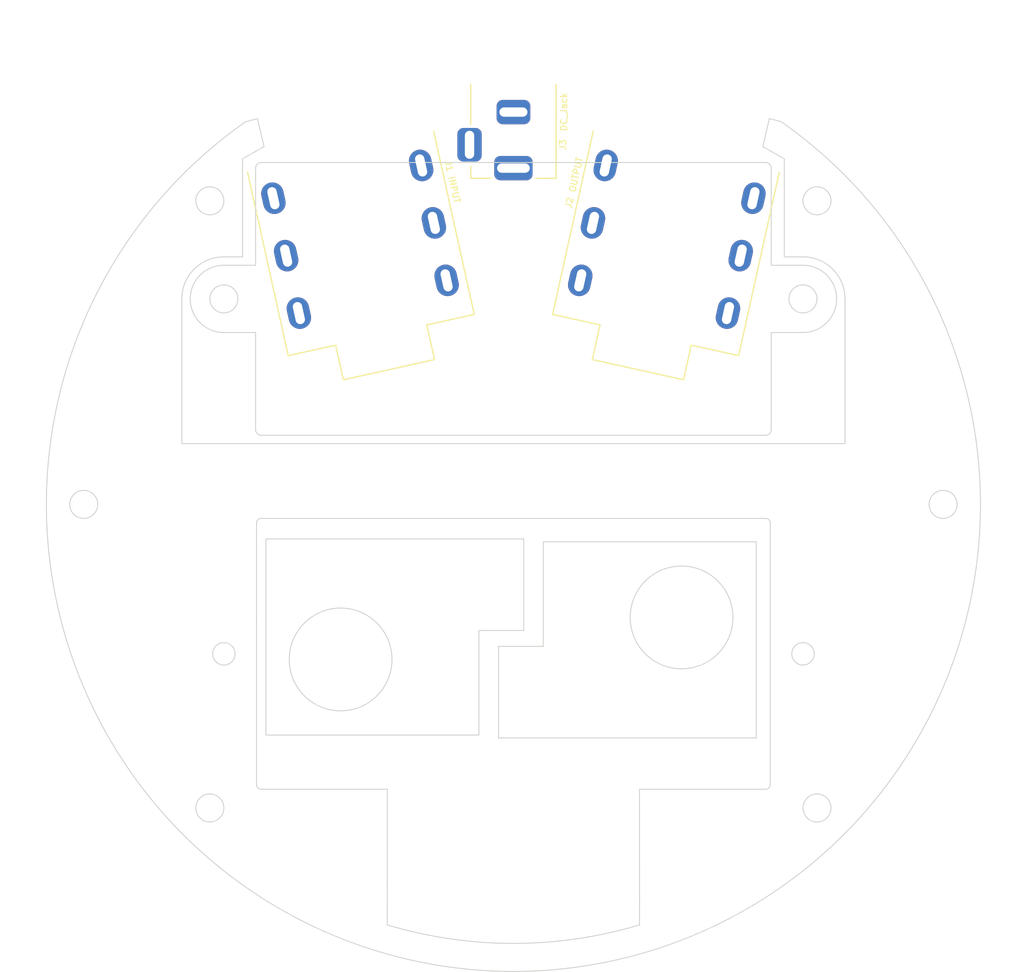
<source format=kicad_pcb>
(kicad_pcb (version 20171130) (host pcbnew "(5.1.6)-1")

  (general
    (thickness 1.6)
    (drawings 149)
    (tracks 0)
    (zones 0)
    (modules 3)
    (nets 12)
  )

  (page A4)
  (layers
    (0 F.Cu signal)
    (31 B.Cu signal)
    (32 B.Adhes user)
    (33 F.Adhes user)
    (34 B.Paste user)
    (35 F.Paste user)
    (36 B.SilkS user)
    (37 F.SilkS user)
    (38 B.Mask user)
    (39 F.Mask user)
    (40 Dwgs.User user)
    (41 Cmts.User user)
    (42 Eco1.User user)
    (43 Eco2.User user)
    (44 Edge.Cuts user)
    (45 Margin user)
    (46 B.CrtYd user)
    (47 F.CrtYd user)
    (48 B.Fab user)
    (49 F.Fab user)
  )

  (setup
    (last_trace_width 0.25)
    (user_trace_width 0.3)
    (user_trace_width 0.4)
    (user_trace_width 0.5)
    (user_trace_width 0.75)
    (user_trace_width 1)
    (user_trace_width 1.5)
    (user_trace_width 2)
    (trace_clearance 0.2)
    (zone_clearance 0.5)
    (zone_45_only no)
    (trace_min 0.2)
    (via_size 0.8)
    (via_drill 0.4)
    (via_min_size 0.4)
    (via_min_drill 0.3)
    (uvia_size 0.3)
    (uvia_drill 0.1)
    (uvias_allowed no)
    (uvia_min_size 0.2)
    (uvia_min_drill 0.1)
    (edge_width 0.1)
    (segment_width 0.2)
    (pcb_text_width 0.3)
    (pcb_text_size 1.5 1.5)
    (mod_edge_width 0.15)
    (mod_text_size 1 1)
    (mod_text_width 0.15)
    (pad_size 1.5 1.5)
    (pad_drill 1.5)
    (pad_to_mask_clearance 0)
    (aux_axis_origin 100 50)
    (grid_origin 100 50)
    (visible_elements 7FFFFFEF)
    (pcbplotparams
      (layerselection 0x010fc_ffffffff)
      (usegerberextensions false)
      (usegerberattributes true)
      (usegerberadvancedattributes true)
      (creategerberjobfile true)
      (excludeedgelayer true)
      (linewidth 0.100000)
      (plotframeref false)
      (viasonmask false)
      (mode 1)
      (useauxorigin false)
      (hpglpennumber 1)
      (hpglpenspeed 20)
      (hpglpendiameter 15.000000)
      (psnegative false)
      (psa4output false)
      (plotreference true)
      (plotvalue true)
      (plotinvisibletext false)
      (padsonsilk false)
      (subtractmaskfromsilk false)
      (outputformat 1)
      (mirror false)
      (drillshape 1)
      (scaleselection 1)
      (outputdirectory ""))
  )

  (net 0 "")
  (net 1 "Net-(BT1-Pad1)")
  (net 2 /BATT-)
  (net 3 GND)
  (net 4 +9V)
  (net 5 "Net-(J1-PadT)")
  (net 6 "Net-(J1-PadRN)")
  (net 7 "Net-(J2-PadSN)")
  (net 8 "Net-(J2-PadRN)")
  (net 9 "Net-(J2-PadR)")
  (net 10 "Net-(J2-PadT)")
  (net 11 "Net-(J2-PadTN)")

  (net_class Default "これはデフォルトのネット クラスです。"
    (clearance 0.2)
    (trace_width 0.25)
    (via_dia 0.8)
    (via_drill 0.4)
    (uvia_dia 0.3)
    (uvia_drill 0.1)
    (add_net +9V)
    (add_net /BATT-)
    (add_net GND)
    (add_net "Net-(BT1-Pad1)")
    (add_net "Net-(J1-PadRN)")
    (add_net "Net-(J1-PadT)")
    (add_net "Net-(J2-PadR)")
    (add_net "Net-(J2-PadRN)")
    (add_net "Net-(J2-PadSN)")
    (add_net "Net-(J2-PadT)")
    (add_net "Net-(J2-PadTN)")
  )

  (module myFoot:my_Phone_Jack_Daier locked (layer F.Cu) (tedit 5F1C2CA9) (tstamp 5F1C8B7C)
    (at 131 60 282.5)
    (descr "DC Barrel Jack")
    (tags "Power Jack")
    (path /5F23BE2D)
    (fp_text reference J1 (at 6.328844 -10.990711 102.5) (layer F.SilkS)
      (effects (font (size 0.67 0.67) (thickness 0.127)))
    )
    (fp_text value INPUT (at 8.9 -11 102.5) (layer F.SilkS)
      (effects (font (size 0.67 0.67) (thickness 0.127)))
    )
    (fp_line (start -1 7.4) (end -1 7.9) (layer F.Fab) (width 0.12))
    (fp_line (start -2 7.9) (end -2 7.4) (layer F.Fab) (width 0.12))
    (fp_line (start -3 -7.9) (end -3 7.9) (layer F.Fab) (width 0.12))
    (fp_line (start -2 -7.4) (end -2 -7.9) (layer F.Fab) (width 0.12))
    (fp_line (start -3 -7.9) (end 0 -7.9) (layer F.Fab) (width 0.12))
    (fp_line (start -1 -7.9) (end -1 -7.4) (layer F.Fab) (width 0.12))
    (fp_line (start -3 7.9) (end 1.4 7.9) (layer F.Fab) (width 0.12))
    (fp_line (start 1.4 10.2) (end 1.4 0) (layer F.Fab) (width 0.12))
    (fp_line (start 1.4 -7.9) (end 0 -7.9) (layer F.Fab) (width 0.12))
    (fp_line (start 1.4 0) (end 1.4 -10.2) (layer F.Fab) (width 0.12))
    (fp_line (start 2.1 10.2) (end 1.4 10.2) (layer F.Fab) (width 0.12))
    (fp_line (start 1.4 -10.2) (end 2.1 -10.2) (layer F.Fab) (width 0.12))
    (fp_line (start 0 7.9) (end 0 -7.9) (layer F.Fab) (width 0.12))
    (fp_line (start -7.2 -5.5) (end 1.4 -5.5) (layer F.Fab) (width 0.12))
    (fp_line (start -7.2 5.5) (end -7.2 -5.5) (layer F.Fab) (width 0.12))
    (fp_line (start 1.4 5.5) (end -7.2 5.5) (layer F.Fab) (width 0.12))
    (fp_line (start 22.4 5) (end 22.4 10.2) (layer F.SilkS) (width 0.15))
    (fp_line (start 26.2 5) (end 22.4 5) (layer F.SilkS) (width 0.15))
    (fp_line (start 22.4 -5) (end 22.4 -10.2) (layer F.SilkS) (width 0.15))
    (fp_line (start 26.2 -5) (end 22.4 -5) (layer F.SilkS) (width 0.15))
    (fp_line (start 22.4 10.2) (end 2.3 10.2) (layer F.SilkS) (width 0.15))
    (fp_line (start 26.2 0) (end 26.2 5) (layer F.SilkS) (width 0.15))
    (fp_line (start 26.2 -5) (end 26.2 0) (layer F.SilkS) (width 0.15))
    (fp_line (start 2.3 -10.2) (end 22.4 -10.2) (layer F.SilkS) (width 0.15))
    (pad TN thru_hole oval (at 18.2 -8.1 282.5) (size 3.4 2.4) (drill oval 2.4 1) (layers *.Cu *.Mask)
      (net 3 GND))
    (pad T thru_hole oval (at 18.2 8.1 282.5) (size 3.4 2.4) (drill oval 2.4 1) (layers *.Cu *.Mask)
      (net 5 "Net-(J1-PadT)"))
    (pad R thru_hole oval (at 11.9 8.1 282.5) (size 3.4 2.4) (drill oval 2.4 1) (layers *.Cu *.Mask)
      (net 2 /BATT-))
    (pad S thru_hole oval (at 5.6 8.1 282.5) (size 3.4 2.4) (drill oval 2.4 1) (layers *.Cu *.Mask)
      (net 3 GND))
    (pad RN thru_hole oval (at 11.9 -8.1 282.5) (size 3.4 2.4) (drill oval 2.4 1) (layers *.Cu *.Mask)
      (net 6 "Net-(J1-PadRN)"))
    (pad SN thru_hole oval (at 5.6 -8.1 282.5) (size 3.4 2.4) (drill oval 2.4 1) (layers *.Cu *.Mask)
      (net 3 GND))
    (model ${KISYS3DMOD}/Connector_BarrelJack.3dshapes/BarrelJack_Horizontal.wrl
      (at (xyz 0 0 0))
      (scale (xyz 1 1 1))
      (rotate (xyz 0 0 0))
    )
  )

  (module myFoot:my_DC_Jack locked (layer F.Cu) (tedit 5EF2A8E3) (tstamp 5F0E0A8C)
    (at 150 50.5 270)
    (descr "DC Barrel Jack")
    (tags "Power Jack")
    (path /5F23AB58)
    (fp_text reference J3 (at 11 -5.3 90) (layer F.SilkS)
      (effects (font (size 0.67 0.67) (thickness 0.127)))
    )
    (fp_text value DC_Jack (at 7.5 -5.4 90) (layer F.SilkS)
      (effects (font (size 0.67 0.67) (thickness 0.127)))
    )
    (fp_line (start 14.7 -4.5) (end 14.7 -4.75) (layer F.CrtYd) (width 0.05))
    (fp_line (start 14.7 -4.75) (end -0.3 -4.75) (layer F.CrtYd) (width 0.05))
    (fp_line (start 14.7 -4.5) (end 14.7 -2) (layer F.CrtYd) (width 0.05))
    (fp_line (start 14.7 -2) (end 15 -2) (layer F.CrtYd) (width 0.05))
    (fp_line (start 15 -2) (end 15 2) (layer F.CrtYd) (width 0.05))
    (fp_line (start 15 2) (end 14.7 2) (layer F.CrtYd) (width 0.05))
    (fp_line (start 14.7 2) (end 14.7 4.75) (layer F.CrtYd) (width 0.05))
    (fp_line (start 14.7 4.75) (end 13.2 4.75) (layer F.CrtYd) (width 0.05))
    (fp_line (start 13.2 4.75) (end 13.2 6.3) (layer F.CrtYd) (width 0.05))
    (fp_line (start 13.2 6.3) (end 8.8 6.3) (layer F.CrtYd) (width 0.05))
    (fp_line (start 8.8 6.3) (end 8.8 4.75) (layer F.CrtYd) (width 0.05))
    (fp_line (start 8.8 4.75) (end -0.3 4.75) (layer F.CrtYd) (width 0.05))
    (fp_line (start -0.3 4.75) (end -0.3 -4.75) (layer F.CrtYd) (width 0.05))
    (fp_line (start 3.5 -4.5) (end 3.5 4.5) (layer F.Fab) (width 0.1))
    (fp_line (start 0 -4.5) (end 0 4.5) (layer F.Fab) (width 0.1))
    (fp_line (start 0 4.5) (end 14.5 4.55) (layer F.Fab) (width 0.1))
    (fp_line (start 14.5 4.55) (end 14.5 -4.5) (layer F.Fab) (width 0.1))
    (fp_line (start 14.5 -4.5) (end 0 -4.5) (layer F.Fab) (width 0.1))
    (fp_line (start 4.54 -4.572) (end 14.589 -4.572) (layer F.SilkS) (width 0.15))
    (fp_line (start 14.589 -4.572) (end 14.589 -2.4) (layer F.SilkS) (width 0.15))
    (fp_line (start 14.589 2.4) (end 14.589 4.572) (layer F.SilkS) (width 0.15))
    (fp_line (start 14.589 4.572) (end 13.3 4.572) (layer F.SilkS) (width 0.15))
    (fp_line (start 8.8 4.572) (end 4.54 4.572) (layer F.SilkS) (width 0.15))
    (pad 3 thru_hole roundrect (at 11 4.7 270) (size 3.6 2.6) (drill oval 3 1) (layers *.Cu *.Mask) (roundrect_rratio 0.25)
      (net 1 "Net-(BT1-Pad1)"))
    (pad 2 thru_hole roundrect (at 7.5 0 270) (size 2.6 3.6) (drill oval 1 3) (layers *.Cu *.Mask) (roundrect_rratio 0.25)
      (net 4 +9V))
    (pad 1 thru_hole roundrect (at 13.5 0 270) (size 2.6 4.1) (drill oval 1 3.5) (layers *.Cu *.Mask) (roundrect_rratio 0.25)
      (net 3 GND))
    (model ${KISYS3DMOD}/Connector_BarrelJack.3dshapes/BarrelJack_Horizontal.wrl
      (at (xyz 0 0 0))
      (scale (xyz 1 1 1))
      (rotate (xyz 0 0 0))
    )
  )

  (module myFoot:my_Phone_Jack_Daier locked (layer F.Cu) (tedit 5F1C2CA9) (tstamp 5F1C8B9D)
    (at 169 60 257.5)
    (descr "DC Barrel Jack")
    (tags "Power Jack")
    (path /5F23D38A)
    (fp_text reference J2 (at 10.331194 11.025263 77.5) (layer F.SilkS)
      (effects (font (size 0.67 0.67) (thickness 0.127)))
    )
    (fp_text value OUTPUT (at 7.250798 10.991175 77.5) (layer F.SilkS)
      (effects (font (size 0.67 0.67) (thickness 0.127)))
    )
    (fp_line (start -1 7.4) (end -1 7.9) (layer F.Fab) (width 0.12))
    (fp_line (start -2 7.9) (end -2 7.4) (layer F.Fab) (width 0.12))
    (fp_line (start -3 -7.9) (end -3 7.9) (layer F.Fab) (width 0.12))
    (fp_line (start -2 -7.4) (end -2 -7.9) (layer F.Fab) (width 0.12))
    (fp_line (start -3 -7.9) (end 0 -7.9) (layer F.Fab) (width 0.12))
    (fp_line (start -1 -7.9) (end -1 -7.4) (layer F.Fab) (width 0.12))
    (fp_line (start -3 7.9) (end 1.4 7.9) (layer F.Fab) (width 0.12))
    (fp_line (start 1.4 10.2) (end 1.4 0) (layer F.Fab) (width 0.12))
    (fp_line (start 1.4 -7.9) (end 0 -7.9) (layer F.Fab) (width 0.12))
    (fp_line (start 1.4 0) (end 1.4 -10.2) (layer F.Fab) (width 0.12))
    (fp_line (start 2.1 10.2) (end 1.4 10.2) (layer F.Fab) (width 0.12))
    (fp_line (start 1.4 -10.2) (end 2.1 -10.2) (layer F.Fab) (width 0.12))
    (fp_line (start 0 7.9) (end 0 -7.9) (layer F.Fab) (width 0.12))
    (fp_line (start -7.2 -5.5) (end 1.4 -5.5) (layer F.Fab) (width 0.12))
    (fp_line (start -7.2 5.5) (end -7.2 -5.5) (layer F.Fab) (width 0.12))
    (fp_line (start 1.4 5.5) (end -7.2 5.5) (layer F.Fab) (width 0.12))
    (fp_line (start 22.4 5) (end 22.4 10.2) (layer F.SilkS) (width 0.15))
    (fp_line (start 26.2 5) (end 22.4 5) (layer F.SilkS) (width 0.15))
    (fp_line (start 22.4 -5) (end 22.4 -10.2) (layer F.SilkS) (width 0.15))
    (fp_line (start 26.2 -5) (end 22.4 -5) (layer F.SilkS) (width 0.15))
    (fp_line (start 22.4 10.2) (end 2.3 10.2) (layer F.SilkS) (width 0.15))
    (fp_line (start 26.2 0) (end 26.2 5) (layer F.SilkS) (width 0.15))
    (fp_line (start 26.2 -5) (end 26.2 0) (layer F.SilkS) (width 0.15))
    (fp_line (start 2.3 -10.2) (end 22.4 -10.2) (layer F.SilkS) (width 0.15))
    (pad TN thru_hole oval (at 18.2 -8.1 257.5) (size 3.4 2.4) (drill oval 2.4 1) (layers *.Cu *.Mask)
      (net 11 "Net-(J2-PadTN)"))
    (pad T thru_hole oval (at 18.2 8.1 257.5) (size 3.4 2.4) (drill oval 2.4 1) (layers *.Cu *.Mask)
      (net 10 "Net-(J2-PadT)"))
    (pad R thru_hole oval (at 11.9 8.1 257.5) (size 3.4 2.4) (drill oval 2.4 1) (layers *.Cu *.Mask)
      (net 9 "Net-(J2-PadR)"))
    (pad S thru_hole oval (at 5.6 8.1 257.5) (size 3.4 2.4) (drill oval 2.4 1) (layers *.Cu *.Mask)
      (net 3 GND))
    (pad RN thru_hole oval (at 11.9 -8.1 257.5) (size 3.4 2.4) (drill oval 2.4 1) (layers *.Cu *.Mask)
      (net 8 "Net-(J2-PadRN)"))
    (pad SN thru_hole oval (at 5.6 -8.1 257.5) (size 3.4 2.4) (drill oval 2.4 1) (layers *.Cu *.Mask)
      (net 7 "Net-(J2-PadSN)"))
    (model ${KISYS3DMOD}/Connector_BarrelJack.3dshapes/BarrelJack_Horizontal.wrl
      (at (xyz 0 0 0))
      (scale (xyz 1 1 1))
      (rotate (xyz 0 0 0))
    )
  )

  (gr_line (start 148.4 125) (end 176 125) (layer Edge.Cuts) (width 0.1))
  (gr_line (start 151.1 103.7) (end 123.5 103.7) (layer Edge.Cuts) (width 0.1))
  (dimension 91.3 (width 0.15) (layer Cmts.User)
    (gr_text "91.300 mm" (at 203.3 104.35 270) (layer Cmts.User)
      (effects (font (size 1 1) (thickness 0.15)))
    )
    (feature1 (pts (xy 100 150) (xy 202.586421 150)))
    (feature2 (pts (xy 100 58.7) (xy 202.586421 58.7)))
    (crossbar (pts (xy 202 58.7) (xy 202 150)))
    (arrow1a (pts (xy 202 150) (xy 201.413579 148.873496)))
    (arrow1b (pts (xy 202 150) (xy 202.586421 148.873496)))
    (arrow2a (pts (xy 202 58.7) (xy 201.413579 59.826504)))
    (arrow2b (pts (xy 202 58.7) (xy 202.586421 59.826504)))
  )
  (gr_line (start 177.4 58.7) (end 200 58.7) (layer Dwgs.User) (width 0.15))
  (gr_line (start 122.6 58.7) (end 177.4 58.7) (layer Dwgs.User) (width 0.15) (tstamp 5F6B3D75))
  (gr_line (start 122.6 58.7) (end 100 58.7) (layer Dwgs.User) (width 0.15))
  (dimension 100 (width 0.15) (layer Cmts.User)
    (gr_text "100.000 mm" (at 150 46.7) (layer Cmts.User)
      (effects (font (size 1 1) (thickness 0.15)))
    )
    (feature1 (pts (xy 100 150) (xy 100 47.413579)))
    (feature2 (pts (xy 200 150) (xy 200 47.413579)))
    (crossbar (pts (xy 200 48) (xy 100 48)))
    (arrow1a (pts (xy 100 48) (xy 101.126504 47.413579)))
    (arrow1b (pts (xy 100 48) (xy 101.126504 48.586421)))
    (arrow2a (pts (xy 200 48) (xy 198.873496 47.413579)))
    (arrow2b (pts (xy 200 48) (xy 198.873496 48.586421)))
  )
  (gr_circle (center 168 112.1) (end 173.5 112.1) (layer Edge.Cuts) (width 0.1) (tstamp 5F3F5BDA))
  (gr_line (start 153.2 115.2) (end 148.4 115.2) (layer Edge.Cuts) (width 0.1) (tstamp 5F3F5BD9))
  (gr_line (start 153.2 115.2) (end 153.2 104) (layer Edge.Cuts) (width 0.1) (tstamp 5F3F5BD8))
  (gr_line (start 176 104) (end 153.2 104) (layer Edge.Cuts) (width 0.1) (tstamp 5F3F5BD7))
  (gr_line (start 148.4 115.2) (end 148.4 125) (layer Edge.Cuts) (width 0.1) (tstamp 5F3F5BD6))
  (gr_line (start 176 125) (end 176 104) (layer Edge.Cuts) (width 0.1) (tstamp 5F3F5BD5))
  (gr_circle (center 131.5 116.6) (end 126 116.6) (layer Edge.Cuts) (width 0.1))
  (gr_line (start 146.3 113.5) (end 151.1 113.5) (layer Edge.Cuts) (width 0.1))
  (gr_line (start 146.3 113.5) (end 146.3 124.7) (layer Edge.Cuts) (width 0.1))
  (gr_line (start 122.6 58.7) (end 149.3 52.8) (layer Dwgs.User) (width 0.15) (tstamp 5F3F23E6))
  (gr_line (start 123.5 124.7) (end 146.3 124.7) (layer Edge.Cuts) (width 0.1) (tstamp 5F3F22E7))
  (gr_line (start 123.5 103.7) (end 123.5 124.7) (layer Edge.Cuts) (width 0.1) (tstamp 5F3F226B))
  (gr_line (start 151.1 113.5) (end 151.1 103.7) (layer Edge.Cuts) (width 0.1))
  (gr_arc (start 181 78) (end 181 81.6) (angle -180) (layer Edge.Cuts) (width 0.1))
  (gr_arc (start 119 78) (end 119 74.4) (angle -180) (layer Edge.Cuts) (width 0.1))
  (gr_arc (start 177 92) (end 177 92.6) (angle -90) (layer Edge.Cuts) (width 0.1))
  (gr_arc (start 123 92) (end 122.4 92) (angle -90) (layer Edge.Cuts) (width 0.1))
  (gr_arc (start 123 64) (end 123 63.4) (angle -90) (layer Edge.Cuts) (width 0.1))
  (gr_arc (start 177 64) (end 177.6 64) (angle -90) (layer Edge.Cuts) (width 0.1))
  (gr_line (start 122.4 81.6) (end 122.4 92) (layer Edge.Cuts) (width 0.1) (tstamp 5F3F1AC2))
  (gr_circle (center 119 78) (end 120.5 78) (layer Edge.Cuts) (width 0.1))
  (gr_circle (center 181 78) (end 182.5 78) (layer Edge.Cuts) (width 0.1))
  (gr_arc (start 119 78) (end 119 73.5) (angle -90) (layer Edge.Cuts) (width 0.1))
  (gr_arc (start 181 78) (end 185.5 78) (angle -90) (layer Edge.Cuts) (width 0.1))
  (gr_line (start 119 81.6) (end 122.4 81.6) (layer Edge.Cuts) (width 0.1))
  (gr_line (start 119 74.4) (end 122.4 74.4) (layer Edge.Cuts) (width 0.1))
  (gr_line (start 122.5 78) (end 119 78) (layer Dwgs.User) (width 0.15))
  (gr_line (start 122.5 92.5) (end 122.5 78) (layer Dwgs.User) (width 0.15))
  (gr_line (start 177.6 74.4) (end 177.6 64) (layer Edge.Cuts) (width 0.1) (tstamp 5F3F1689))
  (gr_line (start 177.6 81.6) (end 181 81.6) (layer Edge.Cuts) (width 0.1) (tstamp 5F3F167A))
  (gr_line (start 181 74.4) (end 177.6 74.4) (layer Edge.Cuts) (width 0.1))
  (gr_line (start 177.5 78) (end 181 78) (layer Dwgs.User) (width 0.15))
  (gr_line (start 177.5 92.5) (end 177.5 78) (layer Dwgs.User) (width 0.15))
  (gr_line (start 123 63.4) (end 177 63.4) (layer Edge.Cuts) (width 0.1) (tstamp 5F3F1610))
  (gr_line (start 122.4 74.4) (end 122.4 64) (layer Edge.Cuts) (width 0.1))
  (gr_line (start 177 92.6) (end 123 92.6) (layer Edge.Cuts) (width 0.1))
  (gr_line (start 177.6 81.6) (end 177.6 92) (layer Edge.Cuts) (width 0.1))
  (gr_circle (center 181 116) (end 179.8 116) (layer Edge.Cuts) (width 0.1))
  (gr_circle (center 119 116) (end 120.2 116) (layer Edge.Cuts) (width 0.1))
  (gr_arc (start 177 102) (end 177.5 102) (angle -90) (layer Edge.Cuts) (width 0.1))
  (gr_arc (start 177 130) (end 177 130.5) (angle -90) (layer Edge.Cuts) (width 0.1))
  (gr_arc (start 123 130) (end 122.5 130) (angle -90) (layer Edge.Cuts) (width 0.1))
  (gr_arc (start 123 102) (end 123 101.5) (angle -90) (layer Edge.Cuts) (width 0.1))
  (gr_line (start 177.5 130) (end 177.5 102) (layer Edge.Cuts) (width 0.1))
  (gr_line (start 122.5 112.5) (end 122.5 130) (layer Edge.Cuts) (width 0.1) (tstamp 5F3F12B2))
  (gr_line (start 122.5 102) (end 122.5 112.5) (layer Edge.Cuts) (width 0.1))
  (gr_line (start 114.5 78) (end 114.5 93.5) (layer Edge.Cuts) (width 0.1))
  (gr_line (start 114.5 93.5) (end 185.5 93.5) (layer Edge.Cuts) (width 0.1))
  (gr_line (start 136.5 130.5) (end 136.49465 145.017833) (layer Edge.Cuts) (width 0.1) (tstamp 5F3F10F5))
  (gr_line (start 123 130.5) (end 136.5 130.5) (layer Edge.Cuts) (width 0.1))
  (gr_line (start 177 101.5) (end 123 101.5) (layer Edge.Cuts) (width 0.1))
  (gr_line (start 163.5 130.5) (end 177 130.5) (layer Edge.Cuts) (width 0.1))
  (gr_line (start 163.505351 145.017835) (end 163.5 130.5) (layer Edge.Cuts) (width 0.1))
  (gr_arc (start 150 100) (end 136.49465 145.017833) (angle -16.69924517) (layer Edge.Cuts) (width 0.1))
  (gr_arc (start 150 100) (end 150 147) (angle -16.69924423) (layer Edge.Cuts) (width 0.1))
  (gr_line (start 177.4 58.7) (end 178.673117 59.038405) (layer Edge.Cuts) (width 0.1) (tstamp 5F3F106E))
  (gr_line (start 176.7 61.7) (end 177.4 58.7) (layer Edge.Cuts) (width 0.1))
  (gr_line (start 179 63) (end 176.7 61.7) (layer Edge.Cuts) (width 0.1))
  (gr_line (start 179 73.5) (end 179 63) (layer Edge.Cuts) (width 0.1))
  (gr_line (start 181 73.5) (end 179 73.5) (layer Edge.Cuts) (width 0.1))
  (gr_line (start 185.5 93.5) (end 185.5 78) (layer Edge.Cuts) (width 0.1))
  (gr_line (start 121 73.5) (end 119 73.5) (layer Edge.Cuts) (width 0.1))
  (gr_line (start 121 63) (end 121 73.5) (layer Edge.Cuts) (width 0.1))
  (gr_line (start 123.3 61.7) (end 121 63) (layer Edge.Cuts) (width 0.1))
  (gr_line (start 122.6 58.7) (end 123.3 61.7) (layer Edge.Cuts) (width 0.1))
  (gr_line (start 121.326884 59.038405) (end 122.6 58.7) (layer Edge.Cuts) (width 0.1))
  (gr_arc (start 150 100) (end 121.326884 59.038405) (angle -290.0159598) (layer Edge.Cuts) (width 0.1))
  (gr_circle (center 196 100) (end 197.5 100) (layer Edge.Cuts) (width 0.1))
  (gr_circle (center 104 100) (end 105.5 100) (layer Edge.Cuts) (width 0.1))
  (gr_circle (center 117.5 132.5) (end 119 132.5) (layer Edge.Cuts) (width 0.1))
  (gr_circle (center 182.5 132.5) (end 184 132.5) (layer Edge.Cuts) (width 0.1))
  (gr_circle (center 182.5 67.5) (end 181 67.5) (layer Edge.Cuts) (width 0.1))
  (gr_circle (center 117.5 67.5) (end 119 67.5) (layer Edge.Cuts) (width 0.1))
  (gr_line (start 163.505351 145.017835) (end 163.5 130.5) (layer Dwgs.User) (width 0.15))
  (gr_line (start 136.49465 145.017833) (end 136.5 130.5) (layer Dwgs.User) (width 0.15))
  (gr_arc (start 150 100) (end 136.49465 145.017833) (angle -16.69924517) (layer Dwgs.User) (width 0.15))
  (gr_arc (start 150 100) (end 163.50535 145.017834) (angle -326.6015109) (layer Dwgs.User) (width 0.15))
  (gr_arc (start 150 100) (end 150 147) (angle -16.69924423) (layer Dwgs.User) (width 0.15))
  (dimension 12 (width 0.15) (layer Dwgs.User)
    (gr_text "12.000 mm" (at 134.2 139 270) (layer Dwgs.User)
      (effects (font (size 1 1) (thickness 0.15)))
    )
    (feature1 (pts (xy 137 145) (xy 134.913579 145)))
    (feature2 (pts (xy 137 133) (xy 134.913579 133)))
    (crossbar (pts (xy 135.5 133) (xy 135.5 145)))
    (arrow1a (pts (xy 135.5 145) (xy 134.913579 143.873496)))
    (arrow1b (pts (xy 135.5 145) (xy 136.086421 143.873496)))
    (arrow2a (pts (xy 135.5 133) (xy 134.913579 134.126504)))
    (arrow2b (pts (xy 135.5 133) (xy 136.086421 134.126504)))
  )
  (dimension 26 (width 0.15) (layer Dwgs.User)
    (gr_text "26.000 mm" (at 150 130.7) (layer Dwgs.User)
      (effects (font (size 1 1) (thickness 0.15)))
    )
    (feature1 (pts (xy 163 133) (xy 163 131.413579)))
    (feature2 (pts (xy 137 133) (xy 137 131.413579)))
    (crossbar (pts (xy 137 132) (xy 163 132)))
    (arrow1a (pts (xy 163 132) (xy 161.873496 132.586421)))
    (arrow1b (pts (xy 163 132) (xy 161.873496 131.413579)))
    (arrow2a (pts (xy 137 132) (xy 138.126504 132.586421)))
    (arrow2b (pts (xy 137 132) (xy 138.126504 131.413579)))
  )
  (gr_line (start 187 101.5) (end 192 106.5) (layer Dwgs.User) (width 0.15))
  (gr_line (start 192 93.5) (end 187 98.5) (layer Dwgs.User) (width 0.15))
  (gr_line (start 113 101.5) (end 108 106.5) (layer Dwgs.User) (width 0.15))
  (gr_line (start 113 98.5) (end 108 93.5) (layer Dwgs.User) (width 0.15))
  (gr_line (start 150 55.8) (end 176.7 61.7) (layer Dwgs.User) (width 0.15) (tstamp 5F3E73D4))
  (gr_line (start 123.3 61.7) (end 150 55.8) (layer Dwgs.User) (width 0.15))
  (gr_line (start 122.6 58.7) (end 121.326884 59.038405) (layer Dwgs.User) (width 0.15) (tstamp 5F3E737E))
  (gr_line (start 177.4 58.7) (end 178.684525 59.046394) (layer Dwgs.User) (width 0.15) (tstamp 5F3E7372))
  (gr_arc (start 150 100) (end 178.684525 59.046394) (angle -35.00798005) (layer Dwgs.User) (width 0.15))
  (gr_arc (start 150 100) (end 121.326884 59.038405) (angle -290) (layer Dwgs.User) (width 0.15))
  (gr_arc (start 150 100) (end 150 50) (angle -34.9920202) (layer Dwgs.User) (width 0.15))
  (gr_line (start 176.7 61.7) (end 177.4 58.7) (layer Dwgs.User) (width 0.15))
  (gr_line (start 176.7 61.7) (end 179 63) (layer Dwgs.User) (width 0.15) (tstamp 5F3E7275))
  (gr_line (start 123.3 61.7) (end 122.6 58.7) (layer Dwgs.User) (width 0.15))
  (gr_line (start 121 63) (end 123.3 61.7) (layer Dwgs.User) (width 0.15))
  (gr_line (start 144 145) (end 143.979203 139) (layer Dwgs.User) (width 0.15) (tstamp 5F3E40FB))
  (gr_line (start 163 145) (end 137 145) (layer Dwgs.User) (width 0.15))
  (gr_line (start 156 133) (end 156 145) (layer Dwgs.User) (width 0.15))
  (gr_line (start 137 133) (end 163 133) (layer Dwgs.User) (width 0.15))
  (gr_line (start 144 139) (end 144 133) (layer Dwgs.User) (width 0.15))
  (gr_line (start 179 79) (end 179 63) (layer Dwgs.User) (width 0.15))
  (gr_line (start 192 79) (end 179 79) (layer Dwgs.User) (width 0.15))
  (gr_line (start 121 79) (end 121 63) (layer Dwgs.User) (width 0.15))
  (gr_line (start 108 79) (end 121 79) (layer Dwgs.User) (width 0.15))
  (gr_line (start 188 127.5) (end 192 121) (layer Dwgs.User) (width 0.15) (tstamp 5F3E3CBA))
  (gr_line (start 186 127.5) (end 188 127.5) (layer Dwgs.User) (width 0.15))
  (gr_line (start 112 127.5) (end 108 121) (layer Dwgs.User) (width 0.15) (tstamp 5F3E3C5C))
  (gr_line (start 114.5 127.5) (end 112 127.5) (layer Dwgs.User) (width 0.15))
  (gr_line (start 180.5 127.5) (end 186 127.5) (layer Dwgs.User) (width 0.15))
  (gr_line (start 177.5 130.5) (end 180.5 127.5) (layer Dwgs.User) (width 0.15))
  (gr_line (start 120 127.5) (end 119.5 127.5) (layer Dwgs.User) (width 0.15) (tstamp 5F3E3B7B))
  (gr_line (start 122.5 130.5) (end 120 127.5) (layer Dwgs.User) (width 0.15))
  (gr_line (start 114.5 127.5) (end 119.5 127.5) (layer Dwgs.User) (width 0.15))
  (gr_circle (center 181 116) (end 184.5 116) (layer Dwgs.User) (width 0.15) (tstamp 5F3E3782))
  (gr_circle (center 119 116) (end 122.5 116) (layer Dwgs.User) (width 0.15))
  (gr_line (start 137 145) (end 137 139) (layer Dwgs.User) (width 0.15) (tstamp 5F159A95))
  (gr_line (start 163 133) (end 163 145) (layer Dwgs.User) (width 0.15))
  (gr_line (start 137 139) (end 137 133) (layer Dwgs.User) (width 0.15))
  (gr_circle (center 117.5 105.5) (end 114 105.5) (layer Dwgs.User) (width 0.15))
  (gr_circle (center 182.5 105.5) (end 179 105.5) (layer Dwgs.User) (width 0.15))
  (gr_line (start 192 93.5) (end 192 79) (layer Dwgs.User) (width 0.15))
  (gr_line (start 108 106.5) (end 108 121) (layer Dwgs.User) (width 0.15))
  (gr_line (start 122 101.5) (end 113 101.5) (layer Dwgs.User) (width 0.15))
  (gr_line (start 108 93.5) (end 108 79) (layer Dwgs.User) (width 0.15))
  (gr_line (start 187 98.5) (end 113 98.5) (layer Dwgs.User) (width 0.15))
  (gr_line (start 192 106.5) (end 192 121) (layer Dwgs.User) (width 0.15))
  (gr_line (start 178 101.5) (end 187 101.5) (layer Dwgs.User) (width 0.15))
  (gr_line (start 150 100) (end 185.5 135.5) (layer Dwgs.User) (width 0.15))
  (gr_line (start 150 100) (end 114.5 135.5) (layer Dwgs.User) (width 0.15))
  (gr_line (start 150 100) (end 185.5 64.5) (layer Dwgs.User) (width 0.15))
  (gr_line (start 150 100) (end 114.5 64.5) (layer Dwgs.User) (width 0.15))
  (gr_circle (center 185 82.5) (end 194 82.5) (layer Dwgs.User) (width 0.15))
  (gr_circle (center 115 82.5) (end 124 82.5) (layer Dwgs.User) (width 0.15))
  (gr_line (start 122.5 101.5) (end 122.5 130.5) (layer Dwgs.User) (width 0.15) (tstamp 5F0F0053))
  (gr_line (start 177.5 130.5) (end 177.5 101.5) (layer Dwgs.User) (width 0.15) (tstamp 5F0F0052))
  (gr_line (start 177.5 130.5) (end 122.5 130.5) (layer Dwgs.User) (width 0.15) (tstamp 5F0F0050))
  (gr_line (start 122 101.5) (end 178 101.5) (layer Dwgs.User) (width 0.15) (tstamp 5F0F004F))
  (gr_circle (center 150 139) (end 149.5 145) (layer Dwgs.User) (width 0.15))
  (gr_line (start 150 50) (end 150 150) (layer Dwgs.User) (width 0.15) (tstamp 5F0E176A))
  (gr_line (start 100 100) (end 200 100) (layer Dwgs.User) (width 0.15) (tstamp 5F0E1769))
  (dimension 100 (width 0.15) (layer Dwgs.User)
    (gr_text "100.000 mm" (at 150 48.7) (layer Dwgs.User)
      (effects (font (size 1 1) (thickness 0.15)))
    )
    (feature1 (pts (xy 200 100) (xy 200 49.413579)))
    (feature2 (pts (xy 100 100) (xy 100 49.413579)))
    (crossbar (pts (xy 100 50) (xy 200 50)))
    (arrow1a (pts (xy 200 50) (xy 198.873496 50.586421)))
    (arrow1b (pts (xy 200 50) (xy 198.873496 49.413579)))
    (arrow2a (pts (xy 100 50) (xy 101.126504 50.586421)))
    (arrow2b (pts (xy 100 50) (xy 101.126504 49.413579)))
  )
  (dimension 100 (width 0.15) (layer Dwgs.User)
    (gr_text "100.000 mm" (at 98.7 100 90) (layer Dwgs.User)
      (effects (font (size 1 1) (thickness 0.15)))
    )
    (feature1 (pts (xy 150 50) (xy 99.413579 50)))
    (feature2 (pts (xy 150 150) (xy 99.413579 150)))
    (crossbar (pts (xy 100 150) (xy 100 50)))
    (arrow1a (pts (xy 100 50) (xy 100.586421 51.126504)))
    (arrow1b (pts (xy 100 50) (xy 99.413579 51.126504)))
    (arrow2a (pts (xy 100 150) (xy 100.586421 148.873496)))
    (arrow2b (pts (xy 100 150) (xy 99.413579 148.873496)))
  )

)

</source>
